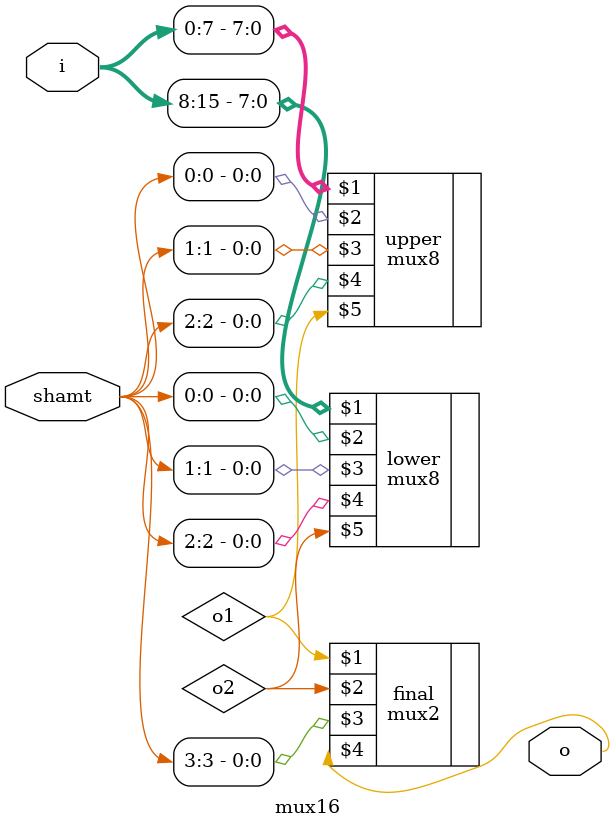
<source format=v>
module sll(input wire [15:0] i, input wire [3:0] shamt, output wire [15:0] o);
    mux16 m_15( { i[15], i[14], i[13], i[12], i[11], i[10], i[9], i[8], i[7], i[6], i[5], i[4], i[3], i[2], i[1], i[0] }, shamt, o[15]);
    mux16 m_14( { i[14], i[13], i[12], i[11], i[10], i[9], i[8], i[7], i[6], i[5], i[4], i[3], i[2], i[1], i[0], 1'b0 }, shamt, o[14]);
    mux16 m_13( { i[13], i[12], i[11], i[10], i[9], i[8], i[7], i[6], i[5], i[4], i[3], i[2], i[1], i[0], 1'b0, 1'b0 }, shamt, o[13]);
    mux16 m_12( { i[12], i[11], i[10], i[9], i[8], i[7], i[6], i[5], i[4], i[3], i[2], i[1], i[0], 1'b0, 1'b0, 1'b0 }, shamt, o[12]);
    mux16 m_11( { i[11], i[10], i[9], i[8], i[7], i[6], i[5], i[4], i[3], i[2], i[1], i[0], 1'b0, 1'b0, 1'b0, 1'b0 }, shamt, o[11]);
    mux16 m_10( { i[10], i[9], i[8], i[7], i[6], i[5], i[4], i[3], i[2], i[1], i[0], 1'b0, 1'b0, 1'b0, 1'b0, 1'b0 }, shamt, o[10]);
    mux16 m_9( { i[9], i[8], i[7], i[6], i[5], i[4], i[3], i[2], i[1], i[0], 1'b0, 1'b0, 1'b0, 1'b0, 1'b0, 1'b0 }, shamt, o[9]);
    mux16 m_8( { i[8], i[7], i[6], i[5], i[4], i[3], i[2], i[1], i[0], 1'b0, 1'b0, 1'b0, 1'b0, 1'b0, 1'b0, 1'b0 }, shamt, o[8]);
    mux16 m_7( { i[7], i[6], i[5], i[4], i[3], i[2], i[1], i[0], 1'b0, 1'b0, 1'b0, 1'b0, 1'b0, 1'b0, 1'b0, 1'b0 }, shamt, o[7]);
    mux16 m_6( { i[6], i[5], i[4], i[3], i[2], i[1], i[0], 1'b0, 1'b0, 1'b0, 1'b0, 1'b0, 1'b0, 1'b0, 1'b0, 1'b0 }, shamt, o[6]);
    mux16 m_5( { i[5], i[4], i[3], i[2], i[1], i[0], 1'b0, 1'b0, 1'b0, 1'b0, 1'b0, 1'b0, 1'b0, 1'b0, 1'b0, 1'b0 }, shamt, o[5]);
    mux16 m_4( { i[4], i[3], i[2], i[1], i[0], 1'b0, 1'b0, 1'b0, 1'b0, 1'b0, 1'b0, 1'b0, 1'b0, 1'b0, 1'b0, 1'b0 }, shamt, o[4]);
    mux16 m_3( { i[3], i[2], i[1], i[0], 1'b0, 1'b0, 1'b0, 1'b0, 1'b0, 1'b0, 1'b0, 1'b0, 1'b0, 1'b0, 1'b0, 1'b0 }, shamt, o[3]);
    mux16 m_2( { i[2], i[1], i[0], 1'b0, 1'b0, 1'b0, 1'b0, 1'b0, 1'b0, 1'b0, 1'b0, 1'b0, 1'b0, 1'b0, 1'b0, 1'b0 }, shamt, o[2]);
    mux16 m_1( { i[1], i[0], 1'b0, 1'b0, 1'b0, 1'b0, 1'b0, 1'b0, 1'b0, 1'b0, 1'b0, 1'b0, 1'b0, 1'b0, 1'b0, 1'b0 }, shamt, o[1]);
    mux16 m_0( { i[0], 1'b0, 1'b0, 1'b0, 1'b0, 1'b0, 1'b0, 1'b0, 1'b0, 1'b0, 1'b0, 1'b0, 1'b0, 1'b0, 1'b0, 1'b0 }, shamt, o[0]);
endmodule

module srl(input wire [15:0] i, input wire [3:0] shamt, output wire [15:0] o);
    mux16 m_0( { i[0], i[1], i[2], i[3], i[4], i[5], i[6], i[7], i[8], i[9], i[10], i[11], i[12], i[13], i[14], i[15] }, shamt, o[0]);
    mux16 m_1( { i[1], i[2], i[3], i[4], i[5], i[6], i[7], i[8], i[9], i[10], i[11], i[12], i[13], i[14], i[15], 1'b0 }, shamt, o[1]);
    mux16 m_2( { i[2], i[3], i[4], i[5], i[6], i[7], i[8], i[9], i[10], i[11], i[12], i[13], i[14], i[15], 1'b0, 1'b0 }, shamt, o[2]);
    mux16 m_3( { i[3], i[4], i[5], i[6], i[7], i[8], i[9], i[10], i[11], i[12], i[13], i[14], i[15], 1'b0, 1'b0, 1'b0 }, shamt, o[3]);
    mux16 m_4( { i[4], i[5], i[6], i[7], i[8], i[9], i[10], i[11], i[12], i[13], i[14], i[15], 1'b0, 1'b0, 1'b0, 1'b0 }, shamt, o[4]);
    mux16 m_5( { i[5], i[6], i[7], i[8], i[9], i[10], i[11], i[12], i[13], i[14], i[15], 1'b0, 1'b0, 1'b0, 1'b0, 1'b0 }, shamt, o[5]);
    mux16 m_6( { i[6], i[7], i[8], i[9], i[10], i[11], i[12], i[13], i[14], i[15], 1'b0, 1'b0, 1'b0, 1'b0, 1'b0, 1'b0 }, shamt, o[6]);
    mux16 m_7( { i[7], i[8], i[9], i[10], i[11], i[12], i[13], i[14], i[15], 1'b0, 1'b0, 1'b0, 1'b0, 1'b0, 1'b0, 1'b0 }, shamt, o[7]);
    mux16 m_8( { i[8], i[9], i[10], i[11], i[12], i[13], i[14], i[15], 1'b0, 1'b0, 1'b0, 1'b0, 1'b0, 1'b0, 1'b0, 1'b0 }, shamt, o[8]);
    mux16 m_9( { i[9], i[10], i[11], i[12], i[13], i[14], i[15], 1'b0, 1'b0, 1'b0, 1'b0, 1'b0, 1'b0, 1'b0, 1'b0, 1'b0 }, shamt, o[9]);
    mux16 m_10( { i[10], i[11], i[12], i[13], i[14], i[15], 1'b0, 1'b0, 1'b0, 1'b0, 1'b0, 1'b0, 1'b0, 1'b0, 1'b0, 1'b0 }, shamt, o[10]);
    mux16 m_11( { i[11], i[12], i[13], i[14], i[15], 1'b0, 1'b0, 1'b0, 1'b0, 1'b0, 1'b0, 1'b0, 1'b0, 1'b0, 1'b0, 1'b0 }, shamt, o[11]);
    mux16 m_12( { i[12], i[13], i[14], i[15], 1'b0, 1'b0, 1'b0, 1'b0, 1'b0, 1'b0, 1'b0, 1'b0, 1'b0, 1'b0, 1'b0, 1'b0 }, shamt, o[12]);
    mux16 m_13( { i[13], i[14], i[15], 1'b0, 1'b0, 1'b0, 1'b0, 1'b0, 1'b0, 1'b0, 1'b0, 1'b0, 1'b0, 1'b0, 1'b0, 1'b0 }, shamt, o[13]);
    mux16 m_14( { i[14], i[15], 1'b0, 1'b0, 1'b0, 1'b0, 1'b0, 1'b0, 1'b0, 1'b0, 1'b0, 1'b0, 1'b0, 1'b0, 1'b0, 1'b0 }, shamt, o[14]);
    mux16 m_15( { i[15], 1'b0, 1'b0, 1'b0, 1'b0, 1'b0, 1'b0, 1'b0, 1'b0, 1'b0, 1'b0, 1'b0, 1'b0, 1'b0, 1'b0, 1'b0 }, shamt, o[15]);
endmodule

module sra(input wire [15:0] i, input wire [3:0] shamt, output wire [15:0] o);
    mux16 m_0( { i[0], i[1], i[2], i[3], i[4], i[5], i[6], i[7], i[8], i[9], i[10], i[11], i[12], i[13], i[14], i[15] }, shamt, o[0]);
    mux16 m_1( { i[1], i[2], i[3], i[4], i[5], i[6], i[7], i[8], i[9], i[10], i[11], i[12], i[13], i[14], i[15], i[15] }, shamt, o[1]);
    mux16 m_2( { i[2], i[3], i[4], i[5], i[6], i[7], i[8], i[9], i[10], i[11], i[12], i[13], i[14], i[15], i[15], i[15] }, shamt, o[2]);
    mux16 m_3( { i[3], i[4], i[5], i[6], i[7], i[8], i[9], i[10], i[11], i[12], i[13], i[14], i[15], i[15], i[15], i[15] }, shamt, o[3]);
    mux16 m_4( { i[4], i[5], i[6], i[7], i[8], i[9], i[10], i[11], i[12], i[13], i[14], i[15], i[15], i[15], i[15], i[15] }, shamt, o[4]);
    mux16 m_5( { i[5], i[6], i[7], i[8], i[9], i[10], i[11], i[12], i[13], i[14], i[15], i[15], i[15], i[15], i[15], i[15] }, shamt, o[5]);
    mux16 m_6( { i[6], i[7], i[8], i[9], i[10], i[11], i[12], i[13], i[14], i[15], i[15], i[15], i[15], i[15], i[15], i[15] }, shamt, o[6]);
    mux16 m_7( { i[7], i[8], i[9], i[10], i[11], i[12], i[13], i[14], i[15], i[15], i[15], i[15], i[15], i[15], i[15], i[15] }, shamt, o[7]);
    mux16 m_8( { i[8], i[9], i[10], i[11], i[12], i[13], i[14], i[15], i[15], i[15], i[15], i[15], i[15], i[15], i[15], i[15] }, shamt, o[8]);
    mux16 m_9( { i[9], i[10], i[11], i[12], i[13], i[14], i[15], i[15], i[15], i[15], i[15], i[15], i[15], i[15], i[15], i[15] }, shamt, o[9]);
    mux16 m_10( { i[10], i[11], i[12], i[13], i[14], i[15], i[15], i[15], i[15], i[15], i[15], i[15], i[15], i[15], i[15], i[15] }, shamt, o[10]);
    mux16 m_11( { i[11], i[12], i[13], i[14], i[15], i[15], i[15], i[15], i[15], i[15], i[15], i[15], i[15], i[15], i[15], i[15] }, shamt, o[11]);
    mux16 m_12( { i[12], i[13], i[14], i[15], i[15], i[15], i[15], i[15], i[15], i[15], i[15], i[15], i[15], i[15], i[15], i[15] }, shamt, o[12]);
    mux16 m_13( { i[13], i[14], i[15], i[15], i[15], i[15], i[15], i[15], i[15], i[15], i[15], i[15], i[15], i[15], i[15], i[15] }, shamt, o[13]);
    mux16 m_14( { i[14], i[15], i[15], i[15], i[15], i[15], i[15], i[15], i[15], i[15], i[15], i[15], i[15], i[15], i[15], i[15] }, shamt, o[14]);
    mux16 m_15( { i[15], i[15], i[15], i[15], i[15], i[15], i[15], i[15], i[15], i[15], i[15], i[15], i[15], i[15], i[15], i[15] }, shamt, o[15]);
endmodule

module mux16(input wire [0:15] i, input wire [3:0] shamt, output wire o);

    mux8 upper(i[0:7], shamt[0], shamt[1], shamt[2], o1);
    mux8 lower(i[8:15], shamt[0], shamt[1], shamt[2], o2);
    mux2 final(o1, o2, shamt[3], o);

endmodule
</source>
